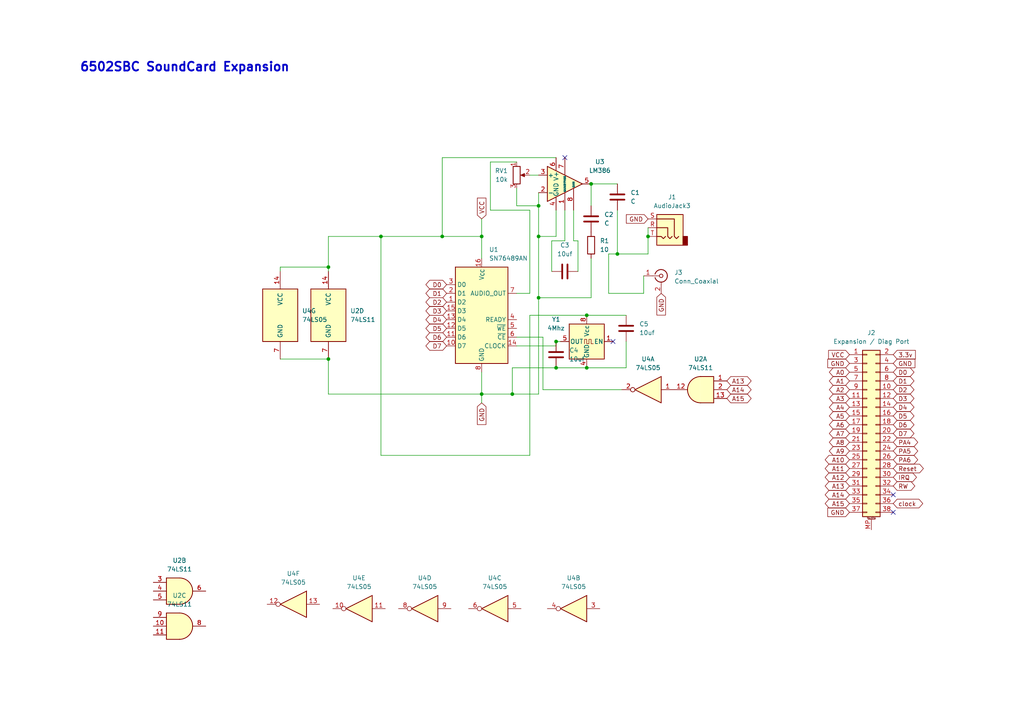
<source format=kicad_sch>
(kicad_sch (version 20250114) (generator "eeschema") (generator_version "9.0")
  (paper "A4")
  (lib_symbols
    (symbol "74xx:74LS05" (pin_names (offset 1.016))
      (property "Reference" "U" (at 0 1.27 0))
      (property "Value" "74LS05" (at 0 -1.27 0))
      (symbol "74LS05_1_0"
        (polyline (pts (xy -3.81 3.81) (xy -3.81 -3.81) (xy 3.81 0) (xy -3.81 3.81)) (stroke (width 0.254)) (fill (type background)))
        (pin input line (at -7.62 0 0) (length 3.81) (name "~") (number "1"))
        (pin open_collector inverted (at 7.62 0 180) (length 3.81) (name "~") (number "2"))
      )
      (symbol "74LS05_2_0"
        (polyline (pts (xy -3.81 3.81) (xy -3.81 -3.81) (xy 3.81 0) (xy -3.81 3.81)) (stroke (width 0.254)) (fill (type background)))
        (pin input line (at -7.62 0 0) (length 3.81) (name "~") (number "3"))
        (pin open_collector inverted (at 7.62 0 180) (length 3.81) (name "~") (number "4"))
      )
      (symbol "74LS05_3_0"
        (polyline (pts (xy -3.81 3.81) (xy -3.81 -3.81) (xy 3.81 0) (xy -3.81 3.81)) (stroke (width 0.254)) (fill (type background)))
        (pin input line (at -7.62 0 0) (length 3.81) (name "~") (number "5"))
        (pin open_collector inverted (at 7.62 0 180) (length 3.81) (name "~") (number "6"))
      )
      (symbol "74LS05_4_0"
        (polyline (pts (xy -3.81 3.81) (xy -3.81 -3.81) (xy 3.81 0) (xy -3.81 3.81)) (stroke (width 0.254)) (fill (type background)))
        (pin input line (at -7.62 0 0) (length 3.81) (name "~") (number "9"))
        (pin open_collector inverted (at 7.62 0 180) (length 3.81) (name "~") (number "8"))
      )
      (symbol "74LS05_5_0"
        (polyline (pts (xy -3.81 3.81) (xy -3.81 -3.81) (xy 3.81 0) (xy -3.81 3.81)) (stroke (width 0.254)) (fill (type background)))
        (pin input line (at -7.62 0 0) (length 3.81) (name "~") (number "11"))
        (pin open_collector inverted (at 7.62 0 180) (length 3.81) (name "~") (number "10"))
      )
      (symbol "74LS05_6_0"
        (polyline (pts (xy -3.81 3.81) (xy -3.81 -3.81) (xy 3.81 0) (xy -3.81 3.81)) (stroke (width 0.254)) (fill (type background)))
        (pin input line (at -7.62 0 0) (length 3.81) (name "~") (number "13"))
        (pin open_collector inverted (at 7.62 0 180) (length 3.81) (name "~") (number "12"))
      )
      (symbol "74LS05_7_0"
        (pin power_in line (at 0 12.7 270) (length 5.08) (name "VCC") (number "14"))
        (pin power_in line (at 0 -12.7 90) (length 5.08) (name "GND") (number "7"))
      )
      (symbol "74LS05_7_1"
        (rectangle (start -5.08 7.62) (end 5.08 -7.62) (stroke (width 0.254)) (fill (type background)))
      )
    )
    (symbol "74xx:74LS11" (pin_names (offset 1.016))
      (property "Reference" "U" (at 0 1.27 0))
      (property "Value" "74LS11" (at 0 -1.27 0))
      (symbol "74LS11_1_1"
        (arc (start 0 3.81) (mid 3.7934 0) (end 0 -3.81) (stroke (width 0.254)) (fill (type background)))
        (polyline (pts (xy 0 3.81) (xy -3.81 3.81) (xy -3.81 -3.81) (xy 0 -3.81)) (stroke (width 0.254)) (fill (type background)))
        (pin input line (at -7.62 2.54 0) (length 3.81) (name "~") (number "1"))
        (pin input line (at -7.62 0 0) (length 3.81) (name "~") (number "2"))
        (pin input line (at -7.62 -2.54 0) (length 3.81) (name "~") (number "13"))
        (pin output line (at 7.62 0 180) (length 3.81) (name "~") (number "12"))
      )
      (symbol "74LS11_1_2"
        (arc (start -3.81 3.81) (mid -2.589 0) (end -3.81 -3.81) (stroke (width 0.254)))
        (polyline (pts (xy -3.81 3.81) (xy -0.635 3.81)) (stroke (width 0.254)) (fill (type background)))
        (polyline (pts (xy -3.81 -3.81) (xy -0.635 -3.81)) (stroke (width 0.254)) (fill (type background)))
        (arc (start 3.81 0) (mid 2.1855 -2.584) (end -0.6096 -3.81) (stroke (width 0.254)) (fill (type background)))
        (arc (start -0.6096 3.81) (mid 2.1928 2.5924) (end 3.81 0) (stroke (width 0.254)) (fill (type background)))
        (polyline (pts (xy -0.635 3.81) (xy -3.81 3.81) (xy -3.81 3.81) (xy -3.556 3.4036) (xy -3.0226 2.2606) (xy -2.6924 1.0414) (xy -2.6162 -0.254) (xy -2.7686 -1.4986) (xy -3.175 -2.7178) (xy -3.81 -3.81) (xy -3.81 -3.81) (xy -0.635 -3.81)) (stroke (width -25.4)) (fill (type background)))
        (pin input inverted (at -7.62 2.54 0) (length 4.318) (name "~") (number "1"))
        (pin input inverted (at -7.62 0 0) (length 4.953) (name "~") (number "2"))
        (pin input inverted (at -7.62 -2.54 0) (length 4.318) (name "~") (number "13"))
        (pin output inverted (at 7.62 0 180) (length 3.81) (name "~") (number "12"))
      )
      (symbol "74LS11_2_1"
        (arc (start 0 3.81) (mid 3.7934 0) (end 0 -3.81) (stroke (width 0.254)) (fill (type background)))
        (polyline (pts (xy 0 3.81) (xy -3.81 3.81) (xy -3.81 -3.81) (xy 0 -3.81)) (stroke (width 0.254)) (fill (type background)))
        (pin input line (at -7.62 2.54 0) (length 3.81) (name "~") (number "3"))
        (pin input line (at -7.62 0 0) (length 3.81) (name "~") (number "4"))
        (pin input line (at -7.62 -2.54 0) (length 3.81) (name "~") (number "5"))
        (pin output line (at 7.62 0 180) (length 3.81) (name "~") (number "6"))
      )
      (symbol "74LS11_2_2"
        (arc (start -3.81 3.81) (mid -2.589 0) (end -3.81 -3.81) (stroke (width 0.254)))
        (polyline (pts (xy -3.81 3.81) (xy -0.635 3.81)) (stroke (width 0.254)) (fill (type background)))
        (polyline (pts (xy -3.81 -3.81) (xy -0.635 -3.81)) (stroke (width 0.254)) (fill (type background)))
        (arc (start 3.81 0) (mid 2.1855 -2.584) (end -0.6096 -3.81) (stroke (width 0.254)) (fill (type background)))
        (arc (start -0.6096 3.81) (mid 2.1928 2.5924) (end 3.81 0) (stroke (width 0.254)) (fill (type background)))
        (polyline (pts (xy -0.635 3.81) (xy -3.81 3.81) (xy -3.81 3.81) (xy -3.556 3.4036) (xy -3.0226 2.2606) (xy -2.6924 1.0414) (xy -2.6162 -0.254) (xy -2.7686 -1.4986) (xy -3.175 -2.7178) (xy -3.81 -3.81) (xy -3.81 -3.81) (xy -0.635 -3.81)) (stroke (width -25.4)) (fill (type background)))
        (pin input inverted (at -7.62 2.54 0) (length 4.318) (name "~") (number "3"))
        (pin input inverted (at -7.62 0 0) (length 4.953) (name "~") (number "4"))
        (pin input inverted (at -7.62 -2.54 0) (length 4.318) (name "~") (number "5"))
        (pin output inverted (at 7.62 0 180) (length 3.81) (name "~") (number "6"))
      )
      (symbol "74LS11_3_1"
        (arc (start 0 3.81) (mid 3.7934 0) (end 0 -3.81) (stroke (width 0.254)) (fill (type background)))
        (polyline (pts (xy 0 3.81) (xy -3.81 3.81) (xy -3.81 -3.81) (xy 0 -3.81)) (stroke (width 0.254)) (fill (type background)))
        (pin input line (at -7.62 2.54 0) (length 3.81) (name "~") (number "9"))
        (pin input line (at -7.62 0 0) (length 3.81) (name "~") (number "10"))
        (pin input line (at -7.62 -2.54 0) (length 3.81) (name "~") (number "11"))
        (pin output line (at 7.62 0 180) (length 3.81) (name "~") (number "8"))
      )
      (symbol "74LS11_3_2"
        (arc (start -3.81 3.81) (mid -2.589 0) (end -3.81 -3.81) (stroke (width 0.254)))
        (polyline (pts (xy -3.81 3.81) (xy -0.635 3.81)) (stroke (width 0.254)) (fill (type background)))
        (polyline (pts (xy -3.81 -3.81) (xy -0.635 -3.81)) (stroke (width 0.254)) (fill (type background)))
        (arc (start 3.81 0) (mid 2.1855 -2.584) (end -0.6096 -3.81) (stroke (width 0.254)) (fill (type background)))
        (arc (start -0.6096 3.81) (mid 2.1928 2.5924) (end 3.81 0) (stroke (width 0.254)) (fill (type background)))
        (polyline (pts (xy -0.635 3.81) (xy -3.81 3.81) (xy -3.81 3.81) (xy -3.556 3.4036) (xy -3.0226 2.2606) (xy -2.6924 1.0414) (xy -2.6162 -0.254) (xy -2.7686 -1.4986) (xy -3.175 -2.7178) (xy -3.81 -3.81) (xy -3.81 -3.81) (xy -0.635 -3.81)) (stroke (width -25.4)) (fill (type background)))
        (pin input inverted (at -7.62 2.54 0) (length 4.318) (name "~") (number "9"))
        (pin input inverted (at -7.62 0 0) (length 4.953) (name "~") (number "10"))
        (pin input inverted (at -7.62 -2.54 0) (length 4.318) (name "~") (number "11"))
        (pin output inverted (at 7.62 0 180) (length 3.81) (name "~") (number "8"))
      )
      (symbol "74LS11_4_0"
        (pin power_in line (at 0 12.7 270) (length 5.08) (name "VCC") (number "14"))
        (pin power_in line (at 0 -12.7 90) (length 5.08) (name "GND") (number "7"))
      )
      (symbol "74LS11_4_1"
        (rectangle (start -5.08 7.62) (end 5.08 -7.62) (stroke (width 0.254)) (fill (type background)))
      )
    )
    (symbol "Amplifier_Audio:LM386" (pin_names (offset 0.127))
      (property "Reference" "U" (at 1.27 7.62 0))
      (property "Value" "LM386" (at 1.27 5.08 0))
      (symbol "LM386_0_1"
        (polyline (pts (xy 5.08 0) (xy -5.08 5.08) (xy -5.08 -5.08) (xy 5.08 0)) (stroke (width 0.254)) (fill (type background)))
      )
      (symbol "LM386_1_1"
        (pin input line (at -7.62 2.54 0) (length 2.54) (name "+") (number "3"))
        (pin input line (at -7.62 -2.54 0) (length 2.54) (name "-") (number "2"))
        (pin power_in line (at -2.54 7.62 270) (length 3.81) (name "V+") (number "6"))
        (pin power_in line (at -2.54 -7.62 90) (length 3.81) (name "GND") (number "4"))
        (pin input line (at 0 7.62 270) (length 5.08) (name "BYPASS") (number "7"))
        (pin input line (at 0 -7.62 90) (length 5.08) (name "GAIN") (number "1"))
        (pin input line (at 2.54 -7.62 90) (length 6.35) (name "GAIN") (number "8"))
        (pin output line (at 7.62 0 180) (length 2.54) (name "~") (number "5"))
      )
    )
    (symbol "Audio:SN76489AN"
      (property "Reference" "U" (at -6.604 16.764 0))
      (property "Value" "SN76489AN" (at 7.112 16.764 0))
      (symbol "SN76489AN_0_0"
        (rectangle (start -7.62 15.24) (end 7.62 -12.7) (stroke (width 0.254)) (fill (type background)))
      )
      (symbol "SN76489AN_1_1"
        (pin input line (at -10.16 10.16 0) (length 2.54) (name "D0") (number "3"))
        (pin input line (at -10.16 7.62 0) (length 2.54) (name "D1") (number "2"))
        (pin input line (at -10.16 5.08 0) (length 2.54) (name "D2") (number "1"))
        (pin input line (at -10.16 2.54 0) (length 2.54) (name "D3") (number "15"))
        (pin input line (at -10.16 0 0) (length 2.54) (name "D4") (number "13"))
        (pin input line (at -10.16 -2.54 0) (length 2.54) (name "D5") (number "12"))
        (pin input line (at -10.16 -5.08 0) (length 2.54) (name "D6") (number "11"))
        (pin input line (at -10.16 -7.62 0) (length 2.54) (name "D7") (number "10"))
        (pin power_in line (at 0 17.78 270) (length 2.54) (name "V_{CC}") (number "16"))
        (pin power_in line (at 0 -15.24 90) (length 2.54) (name "GND") (number "8"))
        (pin output line (at 10.16 7.62 180) (length 2.54) (name "AUDIO_OUT") (number "7"))
        (pin no_connect line (at 10.16 5.08 180) (length 2.54) (hide yes) (name "NC") (number "9"))
        (pin open_collector line (at 10.16 0 180) (length 2.54) (name "READY") (number "4"))
        (pin input line (at 10.16 -2.54 180) (length 2.54) (name "~{WE}") (number "5"))
        (pin input line (at 10.16 -5.08 180) (length 2.54) (name "~{CE}") (number "6"))
        (pin input line (at 10.16 -7.62 180) (length 2.54) (name "CLOCK") (number "14"))
      )
    )
    (symbol "Connector:Conn_Coaxial" (pin_names (offset 1.016) (hide yes))
      (property "Reference" "J" (at 0.254 3.048 0))
      (property "Value" "Conn_Coaxial" (at 2.921 0 90))
      (symbol "Conn_Coaxial_0_1"
        (polyline (pts (xy -2.54 0) (xy -0.508 0)))
        (arc (start 1.778 0) (mid 0.222 -1.8079) (end -1.778 -0.508) (stroke (width 0.254)))
        (arc (start -1.778 0.508) (mid 0.2221 1.8084) (end 1.778 0) (stroke (width 0.254)))
        (circle (center 0 0) (radius 0.508) (stroke (width 0.2032)))
        (polyline (pts (xy 0 -2.54) (xy 0 -1.778)))
      )
      (symbol "Conn_Coaxial_1_1"
        (pin passive line (at -5.08 0 0) (length 2.54) (name "In") (number "1"))
        (pin passive line (at 0 -5.08 90) (length 2.54) (name "Ext") (number "2"))
      )
    )
    (symbol "Connector_Audio:AudioJack3"
      (property "Reference" "J" (at 0 8.89 0))
      (property "Value" "AudioJack3" (at 0 6.35 0))
      (symbol "AudioJack3_0_1"
        (rectangle (start -5.08 -5.08) (end -6.35 -2.54) (stroke (width 0.254)) (fill (type outline)))
        (polyline (pts (xy -1.905 -2.54) (xy -1.27 -3.175) (xy -0.635 -2.54) (xy -0.635 0) (xy 2.54 0)) (stroke (width 0.254)))
        (polyline (pts (xy 0 -2.54) (xy 0.635 -3.175) (xy 1.27 -2.54) (xy 2.54 -2.54)) (stroke (width 0.254)))
        (rectangle (start 2.54 3.81) (end -5.08 -5.08) (stroke (width 0.254)) (fill (type background)))
        (polyline (pts (xy 2.54 2.54) (xy -2.54 2.54) (xy -2.54 -2.54) (xy -3.175 -3.175) (xy -3.81 -2.54)) (stroke (width 0.254)))
      )
      (symbol "AudioJack3_1_1"
        (pin passive line (at 5.08 2.54 180) (length 2.54) (name "~") (number "S"))
        (pin passive line (at 5.08 0 180) (length 2.54) (name "~") (number "R"))
        (pin passive line (at 5.08 -2.54 180) (length 2.54) (name "~") (number "T"))
      )
    )
    (symbol "Connector_Generic_MountingPin:Conn_02x19_Odd_Even_MountingPin" (pin_names (offset 1.016) (hide yes))
      (property "Reference" "J" (at 1.27 25.4 0))
      (property "Value" "Conn_02x19_Odd_Even_MountingPin" (at 2.54 -25.4 0))
      (symbol "Conn_02x19_Odd_Even_MountingPin_1_1"
        (rectangle (start -1.27 24.13) (end 3.81 -24.13) (stroke (width 0.254)) (fill (type background)))
        (rectangle (start -1.27 22.987) (end 0 22.733) (stroke (width 0.1524)))
        (rectangle (start -1.27 20.447) (end 0 20.193) (stroke (width 0.1524)))
        (rectangle (start -1.27 17.907) (end 0 17.653) (stroke (width 0.1524)))
        (rectangle (start -1.27 15.367) (end 0 15.113) (stroke (width 0.1524)))
        (rectangle (start -1.27 12.827) (end 0 12.573) (stroke (width 0.1524)))
        (rectangle (start -1.27 10.287) (end 0 10.033) (stroke (width 0.1524)))
        (rectangle (start -1.27 7.747) (end 0 7.493) (stroke (width 0.1524)))
        (rectangle (start -1.27 5.207) (end 0 4.953) (stroke (width 0.1524)))
        (rectangle (start -1.27 2.667) (end 0 2.413) (stroke (width 0.1524)))
        (rectangle (start -1.27 0.127) (end 0 -0.127) (stroke (width 0.1524)))
        (rectangle (start -1.27 -2.413) (end 0 -2.667) (stroke (width 0.1524)))
        (rectangle (start -1.27 -4.953) (end 0 -5.207) (stroke (width 0.1524)))
        (rectangle (start -1.27 -7.493) (end 0 -7.747) (stroke (width 0.1524)))
        (rectangle (start -1.27 -10.033) (end 0 -10.287) (stroke (width 0.1524)))
        (rectangle (start -1.27 -12.573) (end 0 -12.827) (stroke (width 0.1524)))
        (rectangle (start -1.27 -15.113) (end 0 -15.367) (stroke (width 0.1524)))
        (rectangle (start -1.27 -17.653) (end 0 -17.907) (stroke (width 0.1524)))
        (rectangle (start -1.27 -20.193) (end 0 -20.447) (stroke (width 0.1524)))
        (rectangle (start -1.27 -22.733) (end 0 -22.987) (stroke (width 0.1524)))
        (polyline (pts (xy 0.254 -24.892) (xy 2.286 -24.892)) (stroke (width 0.1524)))
        (rectangle (start 3.81 22.987) (end 2.54 22.733) (stroke (width 0.1524)))
        (rectangle (start 3.81 20.447) (end 2.54 20.193) (stroke (width 0.1524)))
        (rectangle (start 3.81 17.907) (end 2.54 17.653) (stroke (width 0.1524)))
        (rectangle (start 3.81 15.367) (end 2.54 15.113) (stroke (width 0.1524)))
        (rectangle (start 3.81 12.827) (end 2.54 12.573) (stroke (width 0.1524)))
        (rectangle (start 3.81 10.287) (end 2.54 10.033) (stroke (width 0.1524)))
        (rectangle (start 3.81 7.747) (end 2.54 7.493) (stroke (width 0.1524)))
        (rectangle (start 3.81 5.207) (end 2.54 4.953) (stroke (width 0.1524)))
        (rectangle (start 3.81 2.667) (end 2.54 2.413) (stroke (width 0.1524)))
        (rectangle (start 3.81 0.127) (end 2.54 -0.127) (stroke (width 0.1524)))
        (rectangle (start 3.81 -2.413) (end 2.54 -2.667) (stroke (width 0.1524)))
        (rectangle (start 3.81 -4.953) (end 2.54 -5.207) (stroke (width 0.1524)))
        (rectangle (start 3.81 -7.493) (end 2.54 -7.747) (stroke (width 0.1524)))
        (rectangle (start 3.81 -10.033) (end 2.54 -10.287) (stroke (width 0.1524)))
        (rectangle (start 3.81 -12.573) (end 2.54 -12.827) (stroke (width 0.1524)))
        (rectangle (start 3.81 -15.113) (end 2.54 -15.367) (stroke (width 0.1524)))
        (rectangle (start 3.81 -17.653) (end 2.54 -17.907) (stroke (width 0.1524)))
        (rectangle (start 3.81 -20.193) (end 2.54 -20.447) (stroke (width 0.1524)))
        (rectangle (start 3.81 -22.733) (end 2.54 -22.987) (stroke (width 0.1524)))
        (text "Mounting" (at 1.27 -24.511 0) (effects (font (size 0.381 0.381))))
        (pin passive line (at -5.08 22.86 0) (length 3.81) (name "Pin_1") (number "1"))
        (pin passive line (at -5.08 20.32 0) (length 3.81) (name "Pin_3") (number "3"))
        (pin passive line (at -5.08 17.78 0) (length 3.81) (name "Pin_5") (number "5"))
        (pin passive line (at -5.08 15.24 0) (length 3.81) (name "Pin_7") (number "7"))
        (pin passive line (at -5.08 12.7 0) (length 3.81) (name "Pin_9") (number "9"))
        (pin passive line (at -5.08 10.16 0) (length 3.81) (name "Pin_11") (number "11"))
        (pin passive line (at -5.08 7.62 0) (length 3.81) (name "Pin_13") (number "13"))
        (pin passive line (at -5.08 5.08 0) (length 3.81) (name "Pin_15") (number "15"))
        (pin passive line (at -5.08 2.54 0) (length 3.81) (name "Pin_17") (number "17"))
        (pin passive line (at -5.08 0 0) (length 3.81) (name "Pin_19") (number "19"))
        (pin passive line (at -5.08 -2.54 0) (length 3.81) (name "Pin_21") (number "21"))
        (pin passive line (at -5.08 -5.08 0) (length 3.81) (name "Pin_23") (number "23"))
        (pin passive line (at -5.08 -7.62 0) (length 3.81) (name "Pin_25") (number "25"))
        (pin passive line (at -5.08 -10.16 0) (length 3.81) (name "Pin_27") (number "27"))
        (pin passive line (at -5.08 -12.7 0) (length 3.81) (name "Pin_29") (number "29"))
        (pin passive line (at -5.08 -15.24 0) (length 3.81) (name "Pin_31") (number "31"))
        (pin passive line (at -5.08 -17.78 0) (length 3.81) (name "Pin_33") (number "33"))
        (pin passive line (at -5.08 -20.32 0) (length 3.81) (name "Pin_35") (number "35"))
        (pin passive line (at -5.08 -22.86 0) (length 3.81) (name "Pin_37") (number "37"))
        (pin passive line (at 1.27 -27.94 90) (length 3.048) (name "MountPin") (number "MP"))
        (pin passive line (at 7.62 22.86 180) (length 3.81) (name "Pin_2") (number "2"))
        (pin passive line (at 7.62 20.32 180) (length 3.81) (name "Pin_4") (number "4"))
        (pin passive line (at 7.62 17.78 180) (length 3.81) (name "Pin_6") (number "6"))
        (pin passive line (at 7.62 15.24 180) (length 3.81) (name "Pin_8") (number "8"))
        (pin passive line (at 7.62 12.7 180) (length 3.81) (name "Pin_10") (number "10"))
        (pin passive line (at 7.62 10.16 180) (length 3.81) (name "Pin_12") (number "12"))
        (pin passive line (at 7.62 7.62 180) (length 3.81) (name "Pin_14") (number "14"))
        (pin passive line (at 7.62 5.08 180) (length 3.81) (name "Pin_16") (number "16"))
        (pin passive line (at 7.62 2.54 180) (length 3.81) (name "Pin_18") (number "18"))
        (pin passive line (at 7.62 0 180) (length 3.81) (name "Pin_20") (number "20"))
        (pin passive line (at 7.62 -2.54 180) (length 3.81) (name "Pin_22") (number "22"))
        (pin passive line (at 7.62 -5.08 180) (length 3.81) (name "Pin_24") (number "24"))
        (pin passive line (at 7.62 -7.62 180) (length 3.81) (name "Pin_26") (number "26"))
        (pin passive line (at 7.62 -10.16 180) (length 3.81) (name "Pin_28") (number "28"))
        (pin passive line (at 7.62 -12.7 180) (length 3.81) (name "Pin_30") (number "30"))
        (pin passive line (at 7.62 -15.24 180) (length 3.81) (name "Pin_32") (number "32"))
        (pin passive line (at 7.62 -17.78 180) (length 3.81) (name "Pin_34") (number "34"))
        (pin passive line (at 7.62 -20.32 180) (length 3.81) (name "Pin_36") (number "36"))
        (pin passive line (at 7.62 -22.86 180) (length 3.81) (name "Pin_38") (number "38"))
      )
    )
    (symbol "Device:C" (pin_numbers (hide yes)) (pin_names (offset 0.254))
      (property "Reference" "C" (at 0.635 2.54 0))
      (property "Value" "C" (at 0.635 -2.54 0))
      (symbol "C_0_1"
        (polyline (pts (xy -2.032 0.762) (xy 2.032 0.762)) (stroke (width 0.508)))
        (polyline (pts (xy -2.032 -0.762) (xy 2.032 -0.762)) (stroke (width 0.508)))
      )
      (symbol "C_1_1"
        (pin passive line (at 0 3.81 270) (length 2.794) (name "~") (number "1"))
        (pin passive line (at 0 -3.81 90) (length 2.794) (name "~") (number "2"))
      )
    )
    (symbol "Device:R" (pin_numbers (hide yes)) (pin_names (offset 0))
      (property "Reference" "R" (at 2.032 0 90))
      (property "Value" "R" (at 0 0 90))
      (symbol "R_0_1"
        (rectangle (start -1.016 -2.54) (end 1.016 2.54) (stroke (width 0.254)))
      )
      (symbol "R_1_1"
        (pin passive line (at 0 3.81 270) (length 1.27) (name "~") (number "1"))
        (pin passive line (at 0 -3.81 90) (length 1.27) (name "~") (number "2"))
      )
    )
    (symbol "Device:R_Potentiometer" (pin_names (offset 1.016) (hide yes))
      (property "Reference" "RV" (at -4.445 0 90))
      (property "Value" "R_Potentiometer" (at -2.54 0 90))
      (symbol "R_Potentiometer_0_1"
        (rectangle (start 1.016 2.54) (end -1.016 -2.54) (stroke (width 0.254)))
        (polyline (pts (xy 1.143 0) (xy 2.286 0.508) (xy 2.286 -0.508) (xy 1.143 0)) (fill (type outline)))
        (polyline (pts (xy 2.54 0) (xy 1.524 0)))
      )
      (symbol "R_Potentiometer_1_1"
        (pin passive line (at 0 3.81 270) (length 1.27) (name "1") (number "1"))
        (pin passive line (at 0 -3.81 90) (length 1.27) (name "3") (number "3"))
        (pin passive line (at 3.81 0 180) (length 1.27) (name "2") (number "2"))
      )
    )
    (symbol "Oscillator:CXO_DIP8" (pin_names (offset 0.254))
      (property "Reference" "Y" (at -5.08 6.35 0))
      (property "Value" "CXO_DIP8" (at 1.27 -6.35 0))
      (symbol "CXO_DIP8_0_1"
        (rectangle (start -5.08 5.08) (end 5.08 -5.08) (stroke (width 0.254)) (fill (type background)))
        (polyline (pts (xy -1.905 -0.635) (xy -1.27 -0.635) (xy -1.27 0.635) (xy -0.635 0.635) (xy -0.635 -0.635) (xy 0 -0.635) (xy 0 0.635) (xy 0.635 0.635) (xy 0.635 -0.635)))
      )
      (symbol "CXO_DIP8_1_1"
        (pin input line (at -7.62 0 0) (length 2.54) (name "EN") (number "1"))
        (pin power_in line (at 0 7.62 270) (length 2.54) (name "Vcc") (number "8"))
        (pin power_in line (at 0 -7.62 90) (length 2.54) (name "GND") (number "4"))
        (pin output line (at 7.62 0 180) (length 2.54) (name "OUT") (number "5"))
      )
    )
  )
  (text "6502SBC SoundCard Expansion" (at 53.594 19.558 0) (effects (font (size 2.54 2.54) (thickness 0.508) (bold yes))))
  (junction (at 156.21 59.69))
  (junction (at 161.29 106.68))
  (junction (at 148.59 114.3))
  (junction (at 156.21 68.58))
  (junction (at 128.27 68.58))
  (junction (at 179.07 73.66))
  (junction (at 161.29 99.06))
  (junction (at 170.18 91.44))
  (junction (at 156.21 86.36))
  (junction (at 95.25 77.47))
  (junction (at 95.25 104.14))
  (junction (at 187.96 68.58))
  (junction (at 139.7 114.3))
  (junction (at 170.18 106.68))
  (junction (at 139.7 68.58))
  (junction (at 110.49 68.58))
  (junction (at 171.45 53.34))
  (no_connect (at 163.83 45.72))
  (no_connect (at 259.08 143.51))
  (no_connect (at 177.8 99.06))
  (no_connect (at 259.08 148.59))
  (wire (pts (xy 186.69 85.09) (xy 186.69 80.01)))
  (wire (pts (xy 95.25 77.47) (xy 95.25 78.74)))
  (wire (pts (xy 110.49 68.58) (xy 110.49 132.08)))
  (wire (pts (xy 139.7 114.3) (xy 139.7 107.95)))
  (wire (pts (xy 171.45 86.36) (xy 156.21 86.36)))
  (wire (pts (xy 139.7 68.58) (xy 128.27 68.58)))
  (wire (pts (xy 181.61 99.06) (xy 181.61 106.68)))
  (wire (pts (xy 153.67 91.44) (xy 153.67 132.08)))
  (wire (pts (xy 161.29 99.06) (xy 161.29 100.33)))
  (wire (pts (xy 161.29 100.33) (xy 149.86 100.33)))
  (wire (pts (xy 170.18 106.68) (xy 161.29 106.68)))
  (wire (pts (xy 179.07 73.66) (xy 176.53 73.66)))
  (wire (pts (xy 156.21 59.69) (xy 149.86 59.69)))
  (wire (pts (xy 170.18 91.44) (xy 153.67 91.44)))
  (wire (pts (xy 179.07 60.96) (xy 179.07 73.66)))
  (wire (pts (xy 156.21 55.88) (xy 156.21 59.69)))
  (wire (pts (xy 156.21 86.36) (xy 156.21 114.3)))
  (wire (pts (xy 160.02 69.85) (xy 160.02 78.74)))
  (wire (pts (xy 170.18 91.44) (xy 181.61 91.44)))
  (wire (pts (xy 148.59 114.3) (xy 139.7 114.3)))
  (wire (pts (xy 157.48 97.79) (xy 149.86 97.79)))
  (wire (pts (xy 161.29 68.58) (xy 156.21 68.58)))
  (wire (pts (xy 81.28 77.47) (xy 81.28 78.74)))
  (wire (pts (xy 139.7 116.84) (xy 139.7 114.3)))
  (wire (pts (xy 95.25 77.47) (xy 81.28 77.47)))
  (wire (pts (xy 149.86 59.69) (xy 149.86 54.61)))
  (wire (pts (xy 142.24 46.99) (xy 142.24 60.96)))
  (wire (pts (xy 187.96 73.66) (xy 179.07 73.66)))
  (wire (pts (xy 153.67 85.09) (xy 149.86 85.09)))
  (wire (pts (xy 110.49 68.58) (xy 95.25 68.58)))
  (wire (pts (xy 153.67 60.96) (xy 153.67 85.09)))
  (wire (pts (xy 95.25 114.3) (xy 139.7 114.3)))
  (wire (pts (xy 187.96 66.04) (xy 187.96 68.58)))
  (wire (pts (xy 166.37 60.96) (xy 166.37 69.85)))
  (wire (pts (xy 153.67 132.08) (xy 110.49 132.08)))
  (wire (pts (xy 162.56 99.06) (xy 161.29 99.06)))
  (wire (pts (xy 81.28 104.14) (xy 95.25 104.14)))
  (wire (pts (xy 163.83 60.96) (xy 163.83 69.85)))
  (wire (pts (xy 180.34 113.03) (xy 157.48 113.03)))
  (wire (pts (xy 166.37 69.85) (xy 167.64 69.85)))
  (wire (pts (xy 161.29 60.96) (xy 161.29 68.58)))
  (wire (pts (xy 156.21 68.58) (xy 156.21 86.36)))
  (wire (pts (xy 139.7 63.5) (xy 139.7 68.58)))
  (wire (pts (xy 148.59 106.68) (xy 148.59 114.3)))
  (wire (pts (xy 95.25 68.58) (xy 95.25 77.47)))
  (wire (pts (xy 171.45 53.34) (xy 171.45 59.69)))
  (wire (pts (xy 128.27 68.58) (xy 110.49 68.58)))
  (wire (pts (xy 181.61 106.68) (xy 170.18 106.68)))
  (wire (pts (xy 171.45 74.93) (xy 171.45 86.36)))
  (wire (pts (xy 176.53 73.66) (xy 176.53 85.09)))
  (wire (pts (xy 167.64 69.85) (xy 167.64 78.74)))
  (wire (pts (xy 161.29 106.68) (xy 148.59 106.68)))
  (wire (pts (xy 161.29 45.72) (xy 128.27 45.72)))
  (wire (pts (xy 128.27 45.72) (xy 128.27 68.58)))
  (wire (pts (xy 187.96 68.58) (xy 187.96 73.66)))
  (wire (pts (xy 149.86 46.99) (xy 142.24 46.99)))
  (wire (pts (xy 95.25 104.14) (xy 95.25 114.3)))
  (wire (pts (xy 157.48 113.03) (xy 157.48 97.79)))
  (wire (pts (xy 171.45 53.34) (xy 179.07 53.34)))
  (wire (pts (xy 163.83 69.85) (xy 160.02 69.85)))
  (wire (pts (xy 139.7 68.58) (xy 139.7 74.93)))
  (wire (pts (xy 153.67 50.8) (xy 156.21 50.8)))
  (wire (pts (xy 156.21 59.69) (xy 156.21 68.58)))
  (wire (pts (xy 176.53 85.09) (xy 186.69 85.09)))
  (wire (pts (xy 142.24 60.96) (xy 153.67 60.96)))
  (wire (pts (xy 156.21 114.3) (xy 148.59 114.3)))
  (global_label "A2" (shape bidirectional) (at 246.38 113.03 180) (property "Intersheetrefs" "${INTERSHEET_REFS}" (effects (hide yes))))
  (global_label "PA5" (shape bidirectional) (at 259.08 130.81 0) (property "Intersheetrefs" "${INTERSHEET_REFS}" (effects (hide yes))))
  (global_label "VCC" (shape input) (at 139.7 63.5 90) (property "Intersheetrefs" "${INTERSHEET_REFS}" (effects (hide yes))))
  (global_label "A5" (shape bidirectional) (at 246.38 120.65 180) (property "Intersheetrefs" "${INTERSHEET_REFS}" (effects (hide yes))))
  (global_label "D6" (shape bidirectional) (at 129.54 97.79 180) (property "Intersheetrefs" "${INTERSHEET_REFS}" (effects (hide yes))))
  (global_label "clock" (shape bidirectional) (at 259.08 146.05 0) (property "Intersheetrefs" "${INTERSHEET_REFS}" (effects (hide yes))))
  (global_label "D1" (shape bidirectional) (at 259.08 110.49 0) (property "Intersheetrefs" "${INTERSHEET_REFS}" (effects (hide yes))))
  (global_label "D3" (shape bidirectional) (at 259.08 115.57 0) (property "Intersheetrefs" "${INTERSHEET_REFS}" (effects (hide yes))))
  (global_label "A15" (shape bidirectional) (at 246.38 146.05 180) (property "Intersheetrefs" "${INTERSHEET_REFS}" (effects (hide yes))))
  (global_label "GND" (shape input) (at 187.96 63.5 180) (property "Intersheetrefs" "${INTERSHEET_REFS}" (effects (hide yes))))
  (global_label "A8" (shape bidirectional) (at 246.38 128.27 180) (property "Intersheetrefs" "${INTERSHEET_REFS}" (effects (hide yes))))
  (global_label "Reset" (shape bidirectional) (at 259.08 135.89 0) (property "Intersheetrefs" "${INTERSHEET_REFS}" (effects (hide yes))))
  (global_label "D3" (shape bidirectional) (at 129.54 90.17 180) (property "Intersheetrefs" "${INTERSHEET_REFS}" (effects (hide yes))))
  (global_label "D4" (shape bidirectional) (at 129.54 92.71 180) (property "Intersheetrefs" "${INTERSHEET_REFS}" (effects (hide yes))))
  (global_label "D5" (shape bidirectional) (at 259.08 120.65 0) (property "Intersheetrefs" "${INTERSHEET_REFS}" (effects (hide yes))))
  (global_label "PA4" (shape bidirectional) (at 259.08 128.27 0) (property "Intersheetrefs" "${INTERSHEET_REFS}" (effects (hide yes))))
  (global_label "RW" (shape bidirectional) (at 259.08 140.97 0) (property "Intersheetrefs" "${INTERSHEET_REFS}" (effects (hide yes))))
  (global_label "GND" (shape input) (at 139.7 116.84 270) (property "Intersheetrefs" "${INTERSHEET_REFS}" (effects (hide yes))))
  (global_label "GND" (shape input) (at 246.38 105.41 180) (property "Intersheetrefs" "${INTERSHEET_REFS}" (effects (hide yes))))
  (global_label "D6" (shape bidirectional) (at 259.08 123.19 0) (property "Intersheetrefs" "${INTERSHEET_REFS}" (effects (hide yes))))
  (global_label "A12" (shape bidirectional) (at 246.38 138.43 180) (property "Intersheetrefs" "${INTERSHEET_REFS}" (effects (hide yes))))
  (global_label "A14" (shape bidirectional) (at 246.38 143.51 180) (property "Intersheetrefs" "${INTERSHEET_REFS}" (effects (hide yes))))
  (global_label "A9" (shape bidirectional) (at 246.38 130.81 180) (property "Intersheetrefs" "${INTERSHEET_REFS}" (effects (hide yes))))
  (global_label "D7" (shape bidirectional) (at 129.54 100.33 180) (property "Intersheetrefs" "${INTERSHEET_REFS}" (effects (hide yes))))
  (global_label "A7" (shape bidirectional) (at 246.38 125.73 180) (property "Intersheetrefs" "${INTERSHEET_REFS}" (effects (hide yes))))
  (global_label "GND" (shape input) (at 259.08 105.41 0) (property "Intersheetrefs" "${INTERSHEET_REFS}" (effects (hide yes))))
  (global_label "A0" (shape bidirectional) (at 246.38 107.95 180) (property "Intersheetrefs" "${INTERSHEET_REFS}" (effects (hide yes))))
  (global_label "A4" (shape bidirectional) (at 246.38 118.11 180) (property "Intersheetrefs" "${INTERSHEET_REFS}" (effects (hide yes))))
  (global_label "IRQ" (shape bidirectional) (at 259.08 138.43 0) (property "Intersheetrefs" "${INTERSHEET_REFS}" (effects (hide yes))))
  (global_label "A10" (shape bidirectional) (at 246.38 133.35 180) (property "Intersheetrefs" "${INTERSHEET_REFS}" (effects (hide yes))))
  (global_label "A11" (shape bidirectional) (at 246.38 135.89 180) (property "Intersheetrefs" "${INTERSHEET_REFS}" (effects (hide yes))))
  (global_label "PA6" (shape bidirectional) (at 259.08 133.35 0) (property "Intersheetrefs" "${INTERSHEET_REFS}" (effects (hide yes))))
  (global_label "D1" (shape bidirectional) (at 129.54 85.09 180) (property "Intersheetrefs" "${INTERSHEET_REFS}" (effects (hide yes))))
  (global_label "A6" (shape bidirectional) (at 246.38 123.19 180) (property "Intersheetrefs" "${INTERSHEET_REFS}" (effects (hide yes))))
  (global_label "VCC" (shape input) (at 246.38 102.87 180) (property "Intersheetrefs" "${INTERSHEET_REFS}" (effects (hide yes))))
  (global_label "D5" (shape bidirectional) (at 129.54 95.25 180) (property "Intersheetrefs" "${INTERSHEET_REFS}" (effects (hide yes))))
  (global_label "A15" (shape bidirectional) (at 210.82 115.57 0) (property "Intersheetrefs" "${INTERSHEET_REFS}" (effects (hide yes))))
  (global_label "3.3v" (shape input) (at 259.08 102.87 0) (property "Intersheetrefs" "${INTERSHEET_REFS}" (effects (hide yes))))
  (global_label "D0" (shape bidirectional) (at 259.08 107.95 0) (property "Intersheetrefs" "${INTERSHEET_REFS}" (effects (hide yes))))
  (global_label "GND" (shape input) (at 246.38 148.59 180) (property "Intersheetrefs" "${INTERSHEET_REFS}" (effects (hide yes))))
  (global_label "A1" (shape bidirectional) (at 246.38 110.49 180) (property "Intersheetrefs" "${INTERSHEET_REFS}" (effects (hide yes))))
  (global_label "D7" (shape bidirectional) (at 259.08 125.73 0) (property "Intersheetrefs" "${INTERSHEET_REFS}" (effects (hide yes))))
  (global_label "D2" (shape bidirectional) (at 259.08 113.03 0) (property "Intersheetrefs" "${INTERSHEET_REFS}" (effects (hide yes))))
  (global_label "D4" (shape bidirectional) (at 259.08 118.11 0) (property "Intersheetrefs" "${INTERSHEET_REFS}" (effects (hide yes))))
  (global_label "D2" (shape bidirectional) (at 129.54 87.63 180) (property "Intersheetrefs" "${INTERSHEET_REFS}" (effects (hide yes))))
  (global_label "A3" (shape bidirectional) (at 246.38 115.57 180) (property "Intersheetrefs" "${INTERSHEET_REFS}" (effects (hide yes))))
  (global_label "A14" (shape bidirectional) (at 210.82 113.03 0) (property "Intersheetrefs" "${INTERSHEET_REFS}" (effects (hide yes))))
  (global_label "A13" (shape bidirectional) (at 246.38 140.97 180) (property "Intersheetrefs" "${INTERSHEET_REFS}" (effects (hide yes))))
  (global_label "D0" (shape bidirectional) (at 129.54 82.55 180) (property "Intersheetrefs" "${INTERSHEET_REFS}" (effects (hide yes))))
  (global_label "A13" (shape bidirectional) (at 210.82 110.49 0) (property "Intersheetrefs" "${INTERSHEET_REFS}" (effects (hide yes))))
  (global_label "GND" (shape input) (at 191.77 85.09 270) (property "Intersheetrefs" "${INTERSHEET_REFS}" (effects (hide yes))))
  (symbol (lib_id "Device:C") (at 171.45 63.5 0) (unit 1)
    (property "Reference" "C2" (at 175.26 62.2299 0) (effects (justify left)))
    (property "Value" "C" (at 175.26 64.7699 0) (effects (justify left)))
    (property "Description" "Unpolarized capacitor" (effects (hide yes)))
  )
  (symbol (lib_id "Device:C") (at 161.29 102.87 180) (unit 1)
    (property "Reference" "C4" (at 165.1 101.5999 0) (effects (justify right)))
    (property "Value" "10uf" (at 165.1 104.1399 0) (effects (justify right)))
    (property "Description" "Unpolarized capacitor" (effects (hide yes)))
  )
  (symbol (lib_id "74xx:74LS05") (at 81.28 91.44 0) (mirror y) (unit 7)
    (property "Reference" "U4" (at 87.63 90.1699 0) (effects (justify right)))
    (property "Value" "74LS05" (at 87.63 92.7099 0) (effects (justify right)))
    (property "Datasheet" "http://www.ti.com/lit/gpn/sn74LS05" (effects (hide yes)))
    (property "Description" "Inverter Open Collect" (effects (hide yes)))
  )
  (symbol (lib_id "Device:C") (at 163.83 78.74 90) (unit 1)
    (property "Reference" "C3" (at 163.83 71.12 90))
    (property "Value" "10uf" (at 163.83 73.66 90))
    (property "Description" "Unpolarized capacitor" (effects (hide yes)))
  )
  (symbol (lib_id "74xx:74LS05") (at 85.09 175.26 0) (mirror y) (unit 6)
    (property "Reference" "U4" (at 85.09 166.37 0))
    (property "Value" "74LS05" (at 85.09 168.91 0))
    (property "Datasheet" "http://www.ti.com/lit/gpn/sn74LS05" (effects (hide yes)))
    (property "Description" "Inverter Open Collect" (effects (hide yes)))
  )
  (symbol (lib_id "74xx:74LS05") (at 187.96 113.03 0) (mirror y) (unit 1)
    (property "Reference" "U4" (at 187.96 104.14 0))
    (property "Value" "74LS05" (at 187.96 106.68 0))
    (property "Datasheet" "http://www.ti.com/lit/gpn/sn74LS05" (effects (hide yes)))
    (property "Description" "Inverter Open Collect" (effects (hide yes)))
  )
  (symbol (lib_id "Connector_Generic_MountingPin:Conn_02x19_Odd_Even_MountingPin") (at 251.46 125.73 0) (unit 1)
    (property "Reference" "J2" (at 252.73 96.52 0))
    (property "Value" "Expansion / Diag Port" (at 252.73 99.06 0))
    (property "Footprint" "Connector_PinHeader_2.54mm:PinHeader_2x19_P2.54mm_Vertical" (effects (hide yes)))
    (property "Description" "Generic connectable mounting pin connector, double row, 02x19, odd/even pin numbering scheme (row 1 odd numbers, row 2 even numbers), script generated (kicad-library-utils/schlib/autogen/connector/)" (effects (hide yes)))
  )
  (symbol (lib_id "Connector:Conn_Coaxial") (at 191.77 80.01 0) (unit 1)
    (property "Reference" "J3" (at 195.58 79.0331 0) (effects (justify left)))
    (property "Value" "Conn_Coaxial" (at 195.58 81.5731 0) (effects (justify left)))
    (property "Description" "coaxial connector (BNC, SMA, SMB, SMC, Cinch/RCA, LEMO, ...)" (effects (hide yes)))
  )
  (symbol (lib_id "74xx:74LS11") (at 52.07 171.45 0) (unit 2)
    (property "Reference" "U2" (at 52.0617 162.56 0))
    (property "Value" "74LS11" (at 52.0617 165.1 0))
    (property "Datasheet" "http://www.ti.com/lit/gpn/sn74LS11" (effects (hide yes)))
    (property "Description" "Triple 3-input AND" (effects (hide yes)))
  )
  (symbol (lib_id "74xx:74LS05") (at 123.19 176.53 0) (mirror y) (unit 4)
    (property "Reference" "U4" (at 123.19 167.64 0))
    (property "Value" "74LS05" (at 123.19 170.18 0))
    (property "Datasheet" "http://www.ti.com/lit/gpn/sn74LS05" (effects (hide yes)))
    (property "Description" "Inverter Open Collect" (effects (hide yes)))
  )
  (symbol (lib_id "Device:C") (at 179.07 57.15 0) (unit 1)
    (property "Reference" "C1" (at 182.88 55.8799 0) (effects (justify left)))
    (property "Value" "C" (at 182.88 58.4199 0) (effects (justify left)))
    (property "Description" "Unpolarized capacitor" (effects (hide yes)))
  )
  (symbol (lib_id "74xx:74LS05") (at 104.14 176.53 0) (mirror y) (unit 5)
    (property "Reference" "U4" (at 104.14 167.64 0))
    (property "Value" "74LS05" (at 104.14 170.18 0))
    (property "Datasheet" "http://www.ti.com/lit/gpn/sn74LS05" (effects (hide yes)))
    (property "Description" "Inverter Open Collect" (effects (hide yes)))
  )
  (symbol (lib_id "74xx:74LS11") (at 52.07 181.61 0) (unit 3)
    (property "Reference" "U2" (at 52.0617 172.72 0))
    (property "Value" "74LS11" (at 52.0617 175.26 0))
    (property "Datasheet" "http://www.ti.com/lit/gpn/sn74LS11" (effects (hide yes)))
    (property "Description" "Triple 3-input AND" (effects (hide yes)))
  )
  (symbol (lib_id "Oscillator:CXO_DIP8") (at 170.18 99.06 0) (mirror y) (unit 1)
    (property "Reference" "Y1" (at 161.29 92.6398 0))
    (property "Value" "4Mhz" (at 161.29 95.1798 0))
    (property "Footprint" "Oscillator:Oscillator_DIP-8" (effects (hide yes)))
    (property "Datasheet" "http://cdn-reichelt.de/documents/datenblatt/B400/OSZI.pdf" (effects (hide yes)))
    (property "Description" "Crystal Clock Oscillator, DIP8-style metal package" (effects (hide yes)))
  )
  (symbol (lib_id "74xx:74LS05") (at 166.37 176.53 0) (mirror y) (unit 2)
    (property "Reference" "U4" (at 166.37 167.64 0))
    (property "Value" "74LS05" (at 166.37 170.18 0))
    (property "Datasheet" "http://www.ti.com/lit/gpn/sn74LS05" (effects (hide yes)))
    (property "Description" "Inverter Open Collect" (effects (hide yes)))
  )
  (symbol (lib_id "Audio:SN76489AN") (at 139.7 92.71 0) (unit 1)
    (property "Reference" "U1" (at 141.8433 72.39 0) (effects (justify left)))
    (property "Value" "SN76489AN" (at 141.8433 74.93 0) (effects (justify left)))
    (property "Footprint" "Package_DIP:DIP-16_W7.62mm" (effects (hide yes)))
    (property "Datasheet" "https://www.vgmpf.com/Wiki/images/7/78/SN76489AN_-_Manual.pdf" (effects (hide yes)))
    (property "Description" "Digital Complex Sound Generator, 3 square wave channels, 1 noise channel, up to 4MHz clock input, DIP-16" (effects (hide yes)))
  )
  (symbol (lib_id "74xx:74LS11") (at 203.2 113.03 0) (mirror y) (unit 1)
    (property "Reference" "U2" (at 203.2083 104.14 0))
    (property "Value" "74LS11" (at 203.2083 106.68 0))
    (property "Datasheet" "http://www.ti.com/lit/gpn/sn74LS11" (effects (hide yes)))
    (property "Description" "Triple 3-input AND" (effects (hide yes)))
  )
  (symbol (lib_id "Amplifier_Audio:LM386") (at 163.83 53.34 0) (unit 1)
    (property "Reference" "U3" (at 173.99 46.9198 0))
    (property "Value" "LM386" (at 173.99 49.4598 0))
    (property "Datasheet" "http://www.ti.com/lit/ds/symlink/lm386.pdf" (effects (hide yes)))
    (property "Description" "Low Voltage Audio Power Amplifier, DIP-8/SOIC-8/SSOP-8" (effects (hide yes)))
  )
  (symbol (lib_id "74xx:74LS05") (at 143.51 176.53 0) (mirror y) (unit 3)
    (property "Reference" "U4" (at 143.51 167.64 0))
    (property "Value" "74LS05" (at 143.51 170.18 0))
    (property "Datasheet" "http://www.ti.com/lit/gpn/sn74LS05" (effects (hide yes)))
    (property "Description" "Inverter Open Collect" (effects (hide yes)))
  )
  (symbol (lib_id "Device:C") (at 181.61 95.25 180) (unit 1)
    (property "Reference" "C5" (at 185.42 93.9799 0) (effects (justify right)))
    (property "Value" "10uf" (at 185.42 96.5199 0) (effects (justify right)))
    (property "Description" "Unpolarized capacitor" (effects (hide yes)))
  )
  (symbol (lib_id "Connector_Audio:AudioJack3") (at 193.04 66.04 0) (mirror y) (unit 1)
    (property "Reference" "J1" (at 194.945 57.15 0))
    (property "Value" "AudioJack3" (at 194.945 59.69 0))
    (property "Description" "Audio Jack, 3 Poles (Stereo / TRS)" (effects (hide yes)))
  )
  (symbol (lib_id "74xx:74LS11") (at 95.25 91.44 0) (unit 4)
    (property "Reference" "U2" (at 101.6 90.1699 0) (effects (justify left)))
    (property "Value" "74LS11" (at 101.6 92.7099 0) (effects (justify left)))
    (property "Datasheet" "http://www.ti.com/lit/gpn/sn74LS11" (effects (hide yes)))
    (property "Description" "Triple 3-input AND" (effects (hide yes)))
  )
  (symbol (lib_id "Device:R_Potentiometer") (at 149.86 50.8 0) (unit 1)
    (property "Reference" "RV1" (at 147.32 49.5299 0) (effects (justify right)))
    (property "Value" "10k" (at 147.32 52.0699 0) (effects (justify right)))
    (property "Description" "Potentiometer" (effects (hide yes)))
  )
  (symbol (lib_id "Device:R") (at 171.45 71.12 0) (unit 1)
    (property "Reference" "R1" (at 173.99 69.8499 0) (effects (justify left)))
    (property "Value" "10" (at 173.99 72.3899 0) (effects (justify left)))
    (property "Description" "Resistor" (effects (hide yes)))
  )
)
</source>
